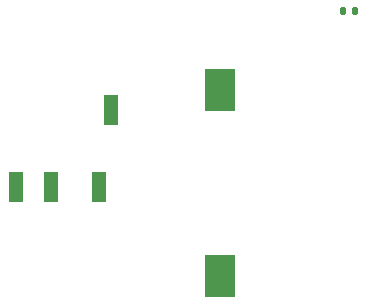
<source format=gbr>
%TF.GenerationSoftware,KiCad,Pcbnew,(6.0.2)*%
%TF.CreationDate,2022-04-09T20:57:27+08:00*%
%TF.ProjectId,Morse_code_PCB,4d6f7273-655f-4636-9f64-655f5043422e,rev?*%
%TF.SameCoordinates,Original*%
%TF.FileFunction,Paste,Bot*%
%TF.FilePolarity,Positive*%
%FSLAX46Y46*%
G04 Gerber Fmt 4.6, Leading zero omitted, Abs format (unit mm)*
G04 Created by KiCad (PCBNEW (6.0.2)) date 2022-04-09 20:57:27*
%MOMM*%
%LPD*%
G01*
G04 APERTURE LIST*
G04 Aperture macros list*
%AMRoundRect*
0 Rectangle with rounded corners*
0 $1 Rounding radius*
0 $2 $3 $4 $5 $6 $7 $8 $9 X,Y pos of 4 corners*
0 Add a 4 corners polygon primitive as box body*
4,1,4,$2,$3,$4,$5,$6,$7,$8,$9,$2,$3,0*
0 Add four circle primitives for the rounded corners*
1,1,$1+$1,$2,$3*
1,1,$1+$1,$4,$5*
1,1,$1+$1,$6,$7*
1,1,$1+$1,$8,$9*
0 Add four rect primitives between the rounded corners*
20,1,$1+$1,$2,$3,$4,$5,0*
20,1,$1+$1,$4,$5,$6,$7,0*
20,1,$1+$1,$6,$7,$8,$9,0*
20,1,$1+$1,$8,$9,$2,$3,0*%
G04 Aperture macros list end*
%ADD10RoundRect,0.135000X-0.135000X-0.185000X0.135000X-0.185000X0.135000X0.185000X-0.135000X0.185000X0*%
%ADD11R,2.600000X3.540000*%
%ADD12R,2.600000X3.660000*%
%ADD13R,1.200000X2.500000*%
G04 APERTURE END LIST*
D10*
%TO.C,R15*%
X101440000Y-137170000D03*
X102460000Y-137170000D03*
%TD*%
D11*
%TO.C,BT1*%
X91040000Y-143810000D03*
D12*
X91040000Y-159610000D03*
%TD*%
D13*
%TO.C,J2*%
X76755000Y-152050000D03*
X73755000Y-152050000D03*
X81855000Y-145550000D03*
X80755000Y-152050000D03*
%TD*%
M02*

</source>
